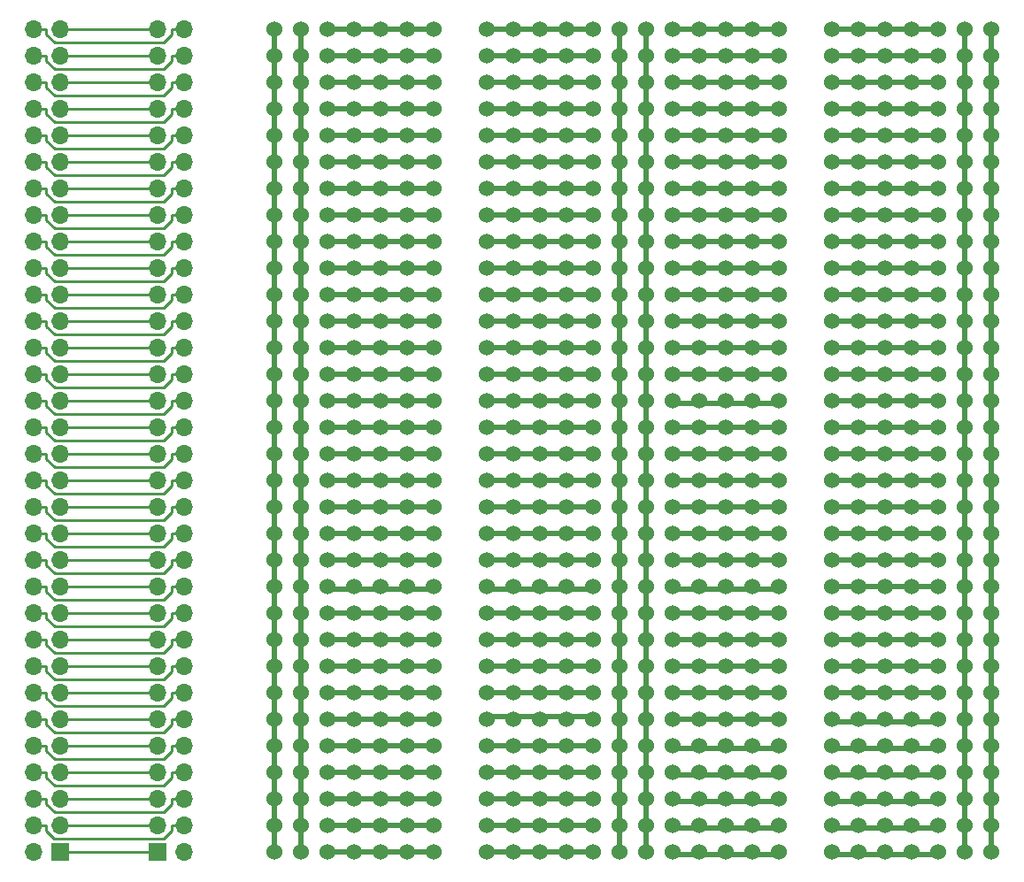
<source format=gtl>
G04 #@! TF.GenerationSoftware,KiCad,Pcbnew,(6.0.2)*
G04 #@! TF.CreationDate,2022-10-16T09:30:01-07:00*
G04 #@! TF.ProjectId,Protoboard,50726f74-6f62-46f6-9172-642e6b696361,1.0*
G04 #@! TF.SameCoordinates,Original*
G04 #@! TF.FileFunction,Copper,L1,Top*
G04 #@! TF.FilePolarity,Positive*
%FSLAX46Y46*%
G04 Gerber Fmt 4.6, Leading zero omitted, Abs format (unit mm)*
G04 Created by KiCad (PCBNEW (6.0.2)) date 2022-10-16 09:30:01*
%MOMM*%
%LPD*%
G01*
G04 APERTURE LIST*
G04 #@! TA.AperFunction,ComponentPad*
%ADD10C,1.524000*%
G04 #@! TD*
G04 #@! TA.AperFunction,ComponentPad*
%ADD11R,1.700000X1.700000*%
G04 #@! TD*
G04 #@! TA.AperFunction,ComponentPad*
%ADD12O,1.700000X1.700000*%
G04 #@! TD*
G04 #@! TA.AperFunction,Conductor*
%ADD13C,0.500000*%
G04 #@! TD*
G04 #@! TA.AperFunction,Conductor*
%ADD14C,0.200000*%
G04 #@! TD*
G04 #@! TA.AperFunction,Conductor*
%ADD15C,0.254000*%
G04 #@! TD*
G04 APERTURE END LIST*
D10*
X177038000Y-113026000D03*
X179578000Y-113026000D03*
X182118000Y-113026000D03*
X184658000Y-113026000D03*
X187198000Y-113026000D03*
X177038000Y-115566000D03*
X179578000Y-115566000D03*
X182118000Y-115566000D03*
X184658000Y-115566000D03*
X187198000Y-115566000D03*
X177038000Y-107950000D03*
X179578000Y-107950000D03*
X182118000Y-107950000D03*
X184658000Y-107950000D03*
X187198000Y-107950000D03*
X177038000Y-110490000D03*
X179578000Y-110490000D03*
X182118000Y-110490000D03*
X184658000Y-110490000D03*
X187198000Y-110490000D03*
X177038000Y-118108000D03*
X179578000Y-118108000D03*
X182118000Y-118108000D03*
X184658000Y-118108000D03*
X187198000Y-118108000D03*
X177038000Y-120648000D03*
X179578000Y-120648000D03*
X182118000Y-120648000D03*
X184658000Y-120648000D03*
X187198000Y-120648000D03*
X177038000Y-97786000D03*
X179578000Y-97786000D03*
X182118000Y-97786000D03*
X184658000Y-97786000D03*
X187198000Y-97786000D03*
X177038000Y-100326000D03*
X179578000Y-100326000D03*
X182118000Y-100326000D03*
X184658000Y-100326000D03*
X187198000Y-100326000D03*
X177038000Y-92710000D03*
X179578000Y-92710000D03*
X182118000Y-92710000D03*
X184658000Y-92710000D03*
X187198000Y-92710000D03*
X177038000Y-95250000D03*
X179578000Y-95250000D03*
X182118000Y-95250000D03*
X184658000Y-95250000D03*
X187198000Y-95250000D03*
X177038000Y-102868000D03*
X179578000Y-102868000D03*
X182118000Y-102868000D03*
X184658000Y-102868000D03*
X187198000Y-102868000D03*
X177038000Y-105408000D03*
X179578000Y-105408000D03*
X182118000Y-105408000D03*
X184658000Y-105408000D03*
X187198000Y-105408000D03*
X177038000Y-82546000D03*
X179578000Y-82546000D03*
X182118000Y-82546000D03*
X184658000Y-82546000D03*
X187198000Y-82546000D03*
X177038000Y-85086000D03*
X179578000Y-85086000D03*
X182118000Y-85086000D03*
X184658000Y-85086000D03*
X187198000Y-85086000D03*
X177038000Y-77470000D03*
X179578000Y-77470000D03*
X182118000Y-77470000D03*
X184658000Y-77470000D03*
X187198000Y-77470000D03*
X177038000Y-80010000D03*
X179578000Y-80010000D03*
X182118000Y-80010000D03*
X184658000Y-80010000D03*
X187198000Y-80010000D03*
X177038000Y-87628000D03*
X179578000Y-87628000D03*
X182118000Y-87628000D03*
X184658000Y-87628000D03*
X187198000Y-87628000D03*
X177038000Y-90168000D03*
X179578000Y-90168000D03*
X182118000Y-90168000D03*
X184658000Y-90168000D03*
X187198000Y-90168000D03*
X177038000Y-67306000D03*
X179578000Y-67306000D03*
X182118000Y-67306000D03*
X184658000Y-67306000D03*
X187198000Y-67306000D03*
X177038000Y-69846000D03*
X179578000Y-69846000D03*
X182118000Y-69846000D03*
X184658000Y-69846000D03*
X187198000Y-69846000D03*
X177038000Y-62230000D03*
X179578000Y-62230000D03*
X182118000Y-62230000D03*
X184658000Y-62230000D03*
X187198000Y-62230000D03*
X177038000Y-64770000D03*
X179578000Y-64770000D03*
X182118000Y-64770000D03*
X184658000Y-64770000D03*
X187198000Y-64770000D03*
X177038000Y-72388000D03*
X179578000Y-72388000D03*
X182118000Y-72388000D03*
X184658000Y-72388000D03*
X187198000Y-72388000D03*
X177038000Y-74928000D03*
X179578000Y-74928000D03*
X182118000Y-74928000D03*
X184658000Y-74928000D03*
X187198000Y-74928000D03*
X177038000Y-57150000D03*
X179578000Y-57150000D03*
X182118000Y-57150000D03*
X184658000Y-57150000D03*
X187198000Y-57150000D03*
X177038000Y-59690000D03*
X179578000Y-59690000D03*
X182118000Y-59690000D03*
X184658000Y-59690000D03*
X187198000Y-59690000D03*
X156720000Y-130810000D03*
X156720000Y-128270000D03*
X156720000Y-125730000D03*
X156720000Y-123190000D03*
X156720000Y-120650000D03*
X159260000Y-130810000D03*
X159260000Y-128270000D03*
X159260000Y-125730000D03*
X159260000Y-123190000D03*
X159260000Y-120650000D03*
X159260000Y-107950000D03*
X159260000Y-110490000D03*
X159260000Y-113030000D03*
X159260000Y-115570000D03*
X159260000Y-118110000D03*
X156720000Y-107950000D03*
X156720000Y-110490000D03*
X156720000Y-113030000D03*
X156720000Y-115570000D03*
X156720000Y-118110000D03*
X161798000Y-118110000D03*
X164338000Y-118110000D03*
X166878000Y-118110000D03*
X169418000Y-118110000D03*
X171958000Y-118110000D03*
X161798000Y-120650000D03*
X164338000Y-120650000D03*
X166878000Y-120650000D03*
X169418000Y-120650000D03*
X171958000Y-120650000D03*
X144018000Y-118110000D03*
X146558000Y-118110000D03*
X149098000Y-118110000D03*
X151638000Y-118110000D03*
X154178000Y-118110000D03*
X144018000Y-120650000D03*
X146558000Y-120650000D03*
X149098000Y-120650000D03*
X151638000Y-120650000D03*
X154178000Y-120650000D03*
D11*
X112522000Y-135890000D03*
D12*
X115062000Y-135890000D03*
X112522000Y-133350000D03*
X115062000Y-133350000D03*
X112522000Y-130810000D03*
X115062000Y-130810000D03*
X112522000Y-128270000D03*
X115062000Y-128270000D03*
X112522000Y-125730000D03*
X115062000Y-125730000D03*
X112522000Y-123190000D03*
X115062000Y-123190000D03*
X112522000Y-120650000D03*
X115062000Y-120650000D03*
X112522000Y-118110000D03*
X115062000Y-118110000D03*
X112522000Y-115570000D03*
X115062000Y-115570000D03*
X112522000Y-113030000D03*
X115062000Y-113030000D03*
X112522000Y-110490000D03*
X115062000Y-110490000D03*
X112522000Y-107950000D03*
X115062000Y-107950000D03*
X112522000Y-105410000D03*
X115062000Y-105410000D03*
X112522000Y-102870000D03*
X115062000Y-102870000D03*
X112522000Y-100330000D03*
X115062000Y-100330000D03*
X112522000Y-97790000D03*
X115062000Y-97790000D03*
X112522000Y-95250000D03*
X115062000Y-95250000D03*
X112522000Y-92710000D03*
X115062000Y-92710000D03*
X112522000Y-90170000D03*
X115062000Y-90170000D03*
X112522000Y-87630000D03*
X115062000Y-87630000D03*
X112522000Y-85090000D03*
X115062000Y-85090000D03*
X112522000Y-82550000D03*
X115062000Y-82550000D03*
X112522000Y-80010000D03*
X115062000Y-80010000D03*
X112522000Y-77470000D03*
X115062000Y-77470000D03*
X112522000Y-74930000D03*
X115062000Y-74930000D03*
X112522000Y-72390000D03*
X115062000Y-72390000D03*
X112522000Y-69850000D03*
X115062000Y-69850000D03*
X112522000Y-67310000D03*
X115062000Y-67310000D03*
X112522000Y-64770000D03*
X115062000Y-64770000D03*
X112522000Y-62230000D03*
X115062000Y-62230000D03*
X112522000Y-59690000D03*
X115062000Y-59690000D03*
X112522000Y-57150000D03*
X115062000Y-57150000D03*
D10*
X156718000Y-80012000D03*
X156718000Y-77472000D03*
X156718000Y-74932000D03*
X156718000Y-72392000D03*
X156718000Y-69852000D03*
X159258000Y-80012000D03*
X159258000Y-77472000D03*
X159258000Y-74932000D03*
X159258000Y-72392000D03*
X159258000Y-69852000D03*
X161798000Y-57150000D03*
X164338000Y-57150000D03*
X166878000Y-57150000D03*
X169418000Y-57150000D03*
X171958000Y-57150000D03*
X161798000Y-59690000D03*
X164338000Y-59690000D03*
X166878000Y-59690000D03*
X169418000Y-59690000D03*
X171958000Y-59690000D03*
X161798000Y-67308000D03*
X164338000Y-67308000D03*
X166878000Y-67308000D03*
X169418000Y-67308000D03*
X171958000Y-67308000D03*
X161798000Y-69848000D03*
X164338000Y-69848000D03*
X166878000Y-69848000D03*
X169418000Y-69848000D03*
X171958000Y-69848000D03*
X128778000Y-118110000D03*
X131318000Y-118110000D03*
X133858000Y-118110000D03*
X136398000Y-118110000D03*
X138938000Y-118110000D03*
X128778000Y-120650000D03*
X131318000Y-120650000D03*
X133858000Y-120650000D03*
X136398000Y-120650000D03*
X138938000Y-120650000D03*
X144018000Y-77474000D03*
X146558000Y-77474000D03*
X149098000Y-77474000D03*
X151638000Y-77474000D03*
X154178000Y-77474000D03*
X144018000Y-80014000D03*
X146558000Y-80014000D03*
X149098000Y-80014000D03*
X151638000Y-80014000D03*
X154178000Y-80014000D03*
X156718000Y-67312000D03*
X156718000Y-64772000D03*
X156718000Y-62232000D03*
X156718000Y-59692000D03*
X156718000Y-57152000D03*
X159258000Y-67312000D03*
X159258000Y-64772000D03*
X159258000Y-62232000D03*
X159258000Y-59692000D03*
X159258000Y-57152000D03*
X128778000Y-102874000D03*
X131318000Y-102874000D03*
X133858000Y-102874000D03*
X136398000Y-102874000D03*
X138938000Y-102874000D03*
X128778000Y-105414000D03*
X131318000Y-105414000D03*
X133858000Y-105414000D03*
X136398000Y-105414000D03*
X138938000Y-105414000D03*
X123698000Y-130810000D03*
X123698000Y-128270000D03*
X123698000Y-125730000D03*
X123698000Y-123190000D03*
X123698000Y-120650000D03*
X126238000Y-130810000D03*
X126238000Y-128270000D03*
X126238000Y-125730000D03*
X126238000Y-123190000D03*
X126238000Y-120650000D03*
X161798000Y-82552000D03*
X164338000Y-82552000D03*
X166878000Y-82552000D03*
X169418000Y-82552000D03*
X171958000Y-82552000D03*
X161798000Y-85092000D03*
X164338000Y-85092000D03*
X166878000Y-85092000D03*
X169418000Y-85092000D03*
X171958000Y-85092000D03*
X189740000Y-130810000D03*
X189740000Y-128270000D03*
X189740000Y-125730000D03*
X189740000Y-123190000D03*
X189740000Y-120650000D03*
X192280000Y-130810000D03*
X192280000Y-128270000D03*
X192280000Y-125730000D03*
X192280000Y-123190000D03*
X192280000Y-120650000D03*
X144018000Y-133352000D03*
X146558000Y-133352000D03*
X149098000Y-133352000D03*
X151638000Y-133352000D03*
X154178000Y-133352000D03*
X144018000Y-135892000D03*
X146558000Y-135892000D03*
X149098000Y-135892000D03*
X151638000Y-135892000D03*
X154178000Y-135892000D03*
X156718000Y-105412000D03*
X156718000Y-102872000D03*
X156718000Y-100332000D03*
X156718000Y-97792000D03*
X156718000Y-95252000D03*
X159258000Y-105412000D03*
X159258000Y-102872000D03*
X159258000Y-100332000D03*
X159258000Y-97792000D03*
X159258000Y-95252000D03*
X161798000Y-102872000D03*
X164338000Y-102872000D03*
X166878000Y-102872000D03*
X169418000Y-102872000D03*
X171958000Y-102872000D03*
X161798000Y-105412000D03*
X164338000Y-105412000D03*
X166878000Y-105412000D03*
X169418000Y-105412000D03*
X171958000Y-105412000D03*
X161798000Y-92710000D03*
X164338000Y-92710000D03*
X166878000Y-92710000D03*
X169418000Y-92710000D03*
X171958000Y-92710000D03*
X161798000Y-95250000D03*
X164338000Y-95250000D03*
X166878000Y-95250000D03*
X169418000Y-95250000D03*
X171958000Y-95250000D03*
X123698000Y-92712000D03*
X123698000Y-90172000D03*
X123698000Y-87632000D03*
X123698000Y-85092000D03*
X123698000Y-82552000D03*
X126238000Y-92712000D03*
X126238000Y-90172000D03*
X126238000Y-87632000D03*
X126238000Y-85092000D03*
X126238000Y-82552000D03*
X128778000Y-82554000D03*
X131318000Y-82554000D03*
X133858000Y-82554000D03*
X136398000Y-82554000D03*
X138938000Y-82554000D03*
X128778000Y-85094000D03*
X131318000Y-85094000D03*
X133858000Y-85094000D03*
X136398000Y-85094000D03*
X138938000Y-85094000D03*
X144018000Y-82556000D03*
X146558000Y-82556000D03*
X149098000Y-82556000D03*
X151638000Y-82556000D03*
X154178000Y-82556000D03*
X144018000Y-85096000D03*
X146558000Y-85096000D03*
X149098000Y-85096000D03*
X151638000Y-85096000D03*
X154178000Y-85096000D03*
X128778000Y-133350000D03*
X131318000Y-133350000D03*
X133858000Y-133350000D03*
X136398000Y-133350000D03*
X138938000Y-133350000D03*
X128778000Y-135890000D03*
X131318000Y-135890000D03*
X133858000Y-135890000D03*
X136398000Y-135890000D03*
X138938000Y-135890000D03*
X128778000Y-123192000D03*
X131318000Y-123192000D03*
X133858000Y-123192000D03*
X136398000Y-123192000D03*
X138938000Y-123192000D03*
X128778000Y-125732000D03*
X131318000Y-125732000D03*
X133858000Y-125732000D03*
X136398000Y-125732000D03*
X138938000Y-125732000D03*
X144018000Y-113034000D03*
X146558000Y-113034000D03*
X149098000Y-113034000D03*
X151638000Y-113034000D03*
X154178000Y-113034000D03*
X144018000Y-115574000D03*
X146558000Y-115574000D03*
X149098000Y-115574000D03*
X151638000Y-115574000D03*
X154178000Y-115574000D03*
X192278000Y-135892000D03*
X189738000Y-135892000D03*
X192278000Y-133352000D03*
X189738000Y-133352000D03*
X144018000Y-123194000D03*
X146558000Y-123194000D03*
X149098000Y-123194000D03*
X151638000Y-123194000D03*
X154178000Y-123194000D03*
X144018000Y-125734000D03*
X146558000Y-125734000D03*
X149098000Y-125734000D03*
X151638000Y-125734000D03*
X154178000Y-125734000D03*
X189740000Y-67310000D03*
X189740000Y-64770000D03*
X189740000Y-62230000D03*
X189740000Y-59690000D03*
X189740000Y-57150000D03*
X192280000Y-67310000D03*
X192280000Y-64770000D03*
X192280000Y-62230000D03*
X192280000Y-59690000D03*
X192280000Y-57150000D03*
X144018000Y-128270000D03*
X146558000Y-128270000D03*
X149098000Y-128270000D03*
X151638000Y-128270000D03*
X154178000Y-128270000D03*
X144018000Y-130810000D03*
X146558000Y-130810000D03*
X149098000Y-130810000D03*
X151638000Y-130810000D03*
X154178000Y-130810000D03*
X189740000Y-92710000D03*
X189740000Y-90170000D03*
X189740000Y-87630000D03*
X189740000Y-85090000D03*
X189740000Y-82550000D03*
X192280000Y-92710000D03*
X192280000Y-90170000D03*
X192280000Y-87630000D03*
X192280000Y-85090000D03*
X192280000Y-82550000D03*
X161798000Y-113030000D03*
X164338000Y-113030000D03*
X166878000Y-113030000D03*
X169418000Y-113030000D03*
X171958000Y-113030000D03*
X161798000Y-115570000D03*
X164338000Y-115570000D03*
X166878000Y-115570000D03*
X169418000Y-115570000D03*
X171958000Y-115570000D03*
X126238000Y-135890000D03*
X123698000Y-135890000D03*
X126238000Y-133350000D03*
X123698000Y-133350000D03*
X128778000Y-107950000D03*
X131318000Y-107950000D03*
X133858000Y-107950000D03*
X136398000Y-107950000D03*
X138938000Y-107950000D03*
X128778000Y-110490000D03*
X131318000Y-110490000D03*
X133858000Y-110490000D03*
X136398000Y-110490000D03*
X138938000Y-110490000D03*
X189740000Y-105410000D03*
X189740000Y-102870000D03*
X189740000Y-100330000D03*
X189740000Y-97790000D03*
X189740000Y-95250000D03*
X192280000Y-105410000D03*
X192280000Y-102870000D03*
X192280000Y-100330000D03*
X192280000Y-97790000D03*
X192280000Y-95250000D03*
X144018000Y-102876000D03*
X146558000Y-102876000D03*
X149098000Y-102876000D03*
X151638000Y-102876000D03*
X154178000Y-102876000D03*
X144018000Y-105416000D03*
X146558000Y-105416000D03*
X149098000Y-105416000D03*
X151638000Y-105416000D03*
X154178000Y-105416000D03*
X177038000Y-123192000D03*
X179578000Y-123192000D03*
X182118000Y-123192000D03*
X184658000Y-123192000D03*
X187198000Y-123192000D03*
X177038000Y-125732000D03*
X179578000Y-125732000D03*
X182118000Y-125732000D03*
X184658000Y-125732000D03*
X187198000Y-125732000D03*
X144018000Y-92714000D03*
X146558000Y-92714000D03*
X149098000Y-92714000D03*
X151638000Y-92714000D03*
X154178000Y-92714000D03*
X144018000Y-95254000D03*
X146558000Y-95254000D03*
X149098000Y-95254000D03*
X151638000Y-95254000D03*
X154178000Y-95254000D03*
X128778000Y-113032000D03*
X131318000Y-113032000D03*
X133858000Y-113032000D03*
X136398000Y-113032000D03*
X138938000Y-113032000D03*
X128778000Y-115572000D03*
X131318000Y-115572000D03*
X133858000Y-115572000D03*
X136398000Y-115572000D03*
X138938000Y-115572000D03*
X128778000Y-128268000D03*
X131318000Y-128268000D03*
X133858000Y-128268000D03*
X136398000Y-128268000D03*
X138938000Y-128268000D03*
X128778000Y-130808000D03*
X131318000Y-130808000D03*
X133858000Y-130808000D03*
X136398000Y-130808000D03*
X138938000Y-130808000D03*
X128778000Y-77472000D03*
X131318000Y-77472000D03*
X133858000Y-77472000D03*
X136398000Y-77472000D03*
X138938000Y-77472000D03*
X128778000Y-80012000D03*
X131318000Y-80012000D03*
X133858000Y-80012000D03*
X136398000Y-80012000D03*
X138938000Y-80012000D03*
D11*
X103160000Y-135895000D03*
D12*
X100620000Y-135895000D03*
X103160000Y-133355000D03*
X100620000Y-133355000D03*
X103160000Y-130815000D03*
X100620000Y-130815000D03*
X103160000Y-128275000D03*
X100620000Y-128275000D03*
X103160000Y-125735000D03*
X100620000Y-125735000D03*
X103160000Y-123195000D03*
X100620000Y-123195000D03*
X103160000Y-120655000D03*
X100620000Y-120655000D03*
X103160000Y-118115000D03*
X100620000Y-118115000D03*
X103160000Y-115575000D03*
X100620000Y-115575000D03*
X103160000Y-113035000D03*
X100620000Y-113035000D03*
X103160000Y-110495000D03*
X100620000Y-110495000D03*
X103160000Y-107955000D03*
X100620000Y-107955000D03*
X103160000Y-105415000D03*
X100620000Y-105415000D03*
X103160000Y-102875000D03*
X100620000Y-102875000D03*
X103160000Y-100335000D03*
X100620000Y-100335000D03*
X103160000Y-97795000D03*
X100620000Y-97795000D03*
X103160000Y-95255000D03*
X100620000Y-95255000D03*
X103160000Y-92715000D03*
X100620000Y-92715000D03*
X103160000Y-90175000D03*
X100620000Y-90175000D03*
X103160000Y-87635000D03*
X100620000Y-87635000D03*
X103160000Y-85095000D03*
X100620000Y-85095000D03*
X103160000Y-82555000D03*
X100620000Y-82555000D03*
X103160000Y-80015000D03*
X100620000Y-80015000D03*
X103160000Y-77475000D03*
X100620000Y-77475000D03*
X103160000Y-74935000D03*
X100620000Y-74935000D03*
X103160000Y-72395000D03*
X100620000Y-72395000D03*
X103160000Y-69855000D03*
X100620000Y-69855000D03*
X103160000Y-67315000D03*
X100620000Y-67315000D03*
X103160000Y-64775000D03*
X100620000Y-64775000D03*
X103160000Y-62235000D03*
X100620000Y-62235000D03*
X103160000Y-59695000D03*
X100620000Y-59695000D03*
X103160000Y-57155000D03*
X100620000Y-57155000D03*
D10*
X123698000Y-67312000D03*
X123698000Y-64772000D03*
X123698000Y-62232000D03*
X123698000Y-59692000D03*
X123698000Y-57152000D03*
X126238000Y-67312000D03*
X126238000Y-64772000D03*
X126238000Y-62232000D03*
X126238000Y-59692000D03*
X126238000Y-57152000D03*
X177038000Y-133352000D03*
X179578000Y-133352000D03*
X182118000Y-133352000D03*
X184658000Y-133352000D03*
X187198000Y-133352000D03*
X177038000Y-135892000D03*
X179578000Y-135892000D03*
X182118000Y-135892000D03*
X184658000Y-135892000D03*
X187198000Y-135892000D03*
X189740000Y-80010000D03*
X189740000Y-77470000D03*
X189740000Y-74930000D03*
X189740000Y-72390000D03*
X189740000Y-69850000D03*
X192280000Y-80010000D03*
X192280000Y-77470000D03*
X192280000Y-74930000D03*
X192280000Y-72390000D03*
X192280000Y-69850000D03*
X128778000Y-67310000D03*
X131318000Y-67310000D03*
X133858000Y-67310000D03*
X136398000Y-67310000D03*
X138938000Y-67310000D03*
X128778000Y-69850000D03*
X131318000Y-69850000D03*
X133858000Y-69850000D03*
X136398000Y-69850000D03*
X138938000Y-69850000D03*
X123698000Y-105412000D03*
X123698000Y-102872000D03*
X123698000Y-100332000D03*
X123698000Y-97792000D03*
X123698000Y-95252000D03*
X126238000Y-105412000D03*
X126238000Y-102872000D03*
X126238000Y-100332000D03*
X126238000Y-97792000D03*
X126238000Y-95252000D03*
X128778000Y-57152000D03*
X131318000Y-57152000D03*
X133858000Y-57152000D03*
X136398000Y-57152000D03*
X138938000Y-57152000D03*
X128778000Y-59692000D03*
X131318000Y-59692000D03*
X133858000Y-59692000D03*
X136398000Y-59692000D03*
X138938000Y-59692000D03*
X128778000Y-97792000D03*
X131318000Y-97792000D03*
X133858000Y-97792000D03*
X136398000Y-97792000D03*
X138938000Y-97792000D03*
X128778000Y-100332000D03*
X131318000Y-100332000D03*
X133858000Y-100332000D03*
X136398000Y-100332000D03*
X138938000Y-100332000D03*
X161798000Y-72390000D03*
X164338000Y-72390000D03*
X166878000Y-72390000D03*
X169418000Y-72390000D03*
X171958000Y-72390000D03*
X161798000Y-74930000D03*
X164338000Y-74930000D03*
X166878000Y-74930000D03*
X169418000Y-74930000D03*
X171958000Y-74930000D03*
X128778000Y-72392000D03*
X131318000Y-72392000D03*
X133858000Y-72392000D03*
X136398000Y-72392000D03*
X138938000Y-72392000D03*
X128778000Y-74932000D03*
X131318000Y-74932000D03*
X133858000Y-74932000D03*
X136398000Y-74932000D03*
X138938000Y-74932000D03*
X156718000Y-92712000D03*
X156718000Y-90172000D03*
X156718000Y-87632000D03*
X156718000Y-85092000D03*
X156718000Y-82552000D03*
X159258000Y-92712000D03*
X159258000Y-90172000D03*
X159258000Y-87632000D03*
X159258000Y-85092000D03*
X159258000Y-82552000D03*
X161798000Y-77470000D03*
X164338000Y-77470000D03*
X166878000Y-77470000D03*
X169418000Y-77470000D03*
X171958000Y-77470000D03*
X161798000Y-80010000D03*
X164338000Y-80010000D03*
X166878000Y-80010000D03*
X169418000Y-80010000D03*
X171958000Y-80010000D03*
X144018000Y-107952000D03*
X146558000Y-107952000D03*
X149098000Y-107952000D03*
X151638000Y-107952000D03*
X154178000Y-107952000D03*
X144018000Y-110492000D03*
X146558000Y-110492000D03*
X149098000Y-110492000D03*
X151638000Y-110492000D03*
X154178000Y-110492000D03*
X144018000Y-87632000D03*
X146558000Y-87632000D03*
X149098000Y-87632000D03*
X151638000Y-87632000D03*
X154178000Y-87632000D03*
X144018000Y-90172000D03*
X146558000Y-90172000D03*
X149098000Y-90172000D03*
X151638000Y-90172000D03*
X154178000Y-90172000D03*
X161798000Y-97790000D03*
X164338000Y-97790000D03*
X166878000Y-97790000D03*
X169418000Y-97790000D03*
X171958000Y-97790000D03*
X161798000Y-100330000D03*
X164338000Y-100330000D03*
X166878000Y-100330000D03*
X169418000Y-100330000D03*
X171958000Y-100330000D03*
X161798000Y-128276000D03*
X164338000Y-128276000D03*
X166878000Y-128276000D03*
X169418000Y-128276000D03*
X171958000Y-128276000D03*
X161798000Y-130816000D03*
X164338000Y-130816000D03*
X166878000Y-130816000D03*
X169418000Y-130816000D03*
X171958000Y-130816000D03*
X161798000Y-133356000D03*
X164338000Y-133356000D03*
X166878000Y-133356000D03*
X169418000Y-133356000D03*
X171958000Y-133356000D03*
X161798000Y-135896000D03*
X164338000Y-135896000D03*
X166878000Y-135896000D03*
X169418000Y-135896000D03*
X171958000Y-135896000D03*
X128778000Y-62234000D03*
X131318000Y-62234000D03*
X133858000Y-62234000D03*
X136398000Y-62234000D03*
X138938000Y-62234000D03*
X128778000Y-64774000D03*
X131318000Y-64774000D03*
X133858000Y-64774000D03*
X136398000Y-64774000D03*
X138938000Y-64774000D03*
X177038000Y-128272000D03*
X179578000Y-128272000D03*
X182118000Y-128272000D03*
X184658000Y-128272000D03*
X187198000Y-128272000D03*
X177038000Y-130812000D03*
X179578000Y-130812000D03*
X182118000Y-130812000D03*
X184658000Y-130812000D03*
X187198000Y-130812000D03*
X144018000Y-72394000D03*
X146558000Y-72394000D03*
X149098000Y-72394000D03*
X151638000Y-72394000D03*
X154178000Y-72394000D03*
X144018000Y-74934000D03*
X146558000Y-74934000D03*
X149098000Y-74934000D03*
X151638000Y-74934000D03*
X154178000Y-74934000D03*
X171958000Y-125736000D03*
X169418000Y-125736000D03*
X166878000Y-125736000D03*
X164338000Y-125736000D03*
X161798000Y-125736000D03*
X171958000Y-123196000D03*
X169418000Y-123196000D03*
X166878000Y-123196000D03*
X164338000Y-123196000D03*
X161798000Y-123196000D03*
X144018000Y-67312000D03*
X146558000Y-67312000D03*
X149098000Y-67312000D03*
X151638000Y-67312000D03*
X154178000Y-67312000D03*
X144018000Y-69852000D03*
X146558000Y-69852000D03*
X149098000Y-69852000D03*
X151638000Y-69852000D03*
X154178000Y-69852000D03*
X144018000Y-97794000D03*
X146558000Y-97794000D03*
X149098000Y-97794000D03*
X151638000Y-97794000D03*
X154178000Y-97794000D03*
X144018000Y-100334000D03*
X146558000Y-100334000D03*
X149098000Y-100334000D03*
X151638000Y-100334000D03*
X154178000Y-100334000D03*
X144018000Y-57152000D03*
X146558000Y-57152000D03*
X149098000Y-57152000D03*
X151638000Y-57152000D03*
X154178000Y-57152000D03*
X144018000Y-59692000D03*
X146558000Y-59692000D03*
X149098000Y-59692000D03*
X151638000Y-59692000D03*
X154178000Y-59692000D03*
X123698000Y-118112000D03*
X123698000Y-115572000D03*
X123698000Y-113032000D03*
X123698000Y-110492000D03*
X123698000Y-107952000D03*
X126238000Y-118112000D03*
X126238000Y-115572000D03*
X126238000Y-113032000D03*
X126238000Y-110492000D03*
X126238000Y-107952000D03*
X161798000Y-62232000D03*
X164338000Y-62232000D03*
X166878000Y-62232000D03*
X169418000Y-62232000D03*
X171958000Y-62232000D03*
X161798000Y-64772000D03*
X164338000Y-64772000D03*
X166878000Y-64772000D03*
X169418000Y-64772000D03*
X171958000Y-64772000D03*
X161798000Y-87628000D03*
X164338000Y-87628000D03*
X166878000Y-87628000D03*
X169418000Y-87628000D03*
X171958000Y-87628000D03*
X161798000Y-90168000D03*
X164338000Y-90168000D03*
X166878000Y-90168000D03*
X169418000Y-90168000D03*
X171958000Y-90168000D03*
X189740000Y-118110000D03*
X189740000Y-115570000D03*
X189740000Y-113030000D03*
X189740000Y-110490000D03*
X189740000Y-107950000D03*
X192280000Y-118110000D03*
X192280000Y-115570000D03*
X192280000Y-113030000D03*
X192280000Y-110490000D03*
X192280000Y-107950000D03*
X128778000Y-92712000D03*
X131318000Y-92712000D03*
X133858000Y-92712000D03*
X136398000Y-92712000D03*
X138938000Y-92712000D03*
X128778000Y-95252000D03*
X131318000Y-95252000D03*
X133858000Y-95252000D03*
X136398000Y-95252000D03*
X138938000Y-95252000D03*
X159258000Y-135894000D03*
X156718000Y-135894000D03*
X159258000Y-133354000D03*
X156718000Y-133354000D03*
X161798000Y-107948000D03*
X164338000Y-107948000D03*
X166878000Y-107948000D03*
X169418000Y-107948000D03*
X171958000Y-107948000D03*
X161798000Y-110488000D03*
X164338000Y-110488000D03*
X166878000Y-110488000D03*
X169418000Y-110488000D03*
X171958000Y-110488000D03*
X144018000Y-62236000D03*
X146558000Y-62236000D03*
X149098000Y-62236000D03*
X151638000Y-62236000D03*
X154178000Y-62236000D03*
X144018000Y-64776000D03*
X146558000Y-64776000D03*
X149098000Y-64776000D03*
X151638000Y-64776000D03*
X154178000Y-64776000D03*
X128778000Y-87630000D03*
X131318000Y-87630000D03*
X133858000Y-87630000D03*
X136398000Y-87630000D03*
X138938000Y-87630000D03*
X128778000Y-90170000D03*
X131318000Y-90170000D03*
X133858000Y-90170000D03*
X136398000Y-90170000D03*
X138938000Y-90170000D03*
X123698000Y-80012000D03*
X123698000Y-77472000D03*
X123698000Y-74932000D03*
X123698000Y-72392000D03*
X123698000Y-69852000D03*
X126238000Y-80012000D03*
X126238000Y-77472000D03*
X126238000Y-74932000D03*
X126238000Y-72392000D03*
X126238000Y-69852000D03*
D13*
X177038000Y-107950000D02*
X187198000Y-107950000D01*
X177038000Y-110490000D02*
X187198000Y-110490000D01*
X177038000Y-115566000D02*
X187198000Y-115566000D01*
X177038000Y-120648000D02*
X187198000Y-120648000D01*
X177038000Y-118108000D02*
X187198000Y-118108000D01*
X177038000Y-113026000D02*
X187198000Y-113026000D01*
X177038000Y-92710000D02*
X187198000Y-92710000D01*
X177038000Y-95250000D02*
X187198000Y-95250000D01*
X177038000Y-100326000D02*
X187198000Y-100326000D01*
X177038000Y-105408000D02*
X187198000Y-105408000D01*
X177038000Y-102868000D02*
X187198000Y-102868000D01*
X177038000Y-97786000D02*
X187198000Y-97786000D01*
X177038000Y-77470000D02*
X187198000Y-77470000D01*
X177038000Y-80010000D02*
X187198000Y-80010000D01*
X177038000Y-85086000D02*
X187198000Y-85086000D01*
X177038000Y-90168000D02*
X187198000Y-90168000D01*
X177038000Y-87628000D02*
X187198000Y-87628000D01*
X177038000Y-82546000D02*
X187198000Y-82546000D01*
X177038000Y-62230000D02*
X187198000Y-62230000D01*
X177038000Y-64770000D02*
X187198000Y-64770000D01*
X177038000Y-69846000D02*
X187198000Y-69846000D01*
X177038000Y-74928000D02*
X187198000Y-74928000D01*
X177038000Y-72388000D02*
X187198000Y-72388000D01*
X177038000Y-67306000D02*
X187198000Y-67306000D01*
X177038000Y-59690000D02*
X187198000Y-59690000D01*
X177546000Y-57150000D02*
X187706000Y-57150000D01*
D14*
X189738000Y-57152000D02*
X189740000Y-57150000D01*
D13*
X189738000Y-135892000D02*
X189738000Y-57152000D01*
D14*
X192280000Y-135890000D02*
X192278000Y-135892000D01*
D13*
X192280000Y-57150000D02*
X192280000Y-135890000D01*
X161798000Y-77470000D02*
X171958000Y-77470000D01*
X144018000Y-77474000D02*
X154178000Y-77474000D01*
X128778000Y-77472000D02*
X138938000Y-77472000D01*
X128778000Y-92712000D02*
X138938000Y-92712000D01*
X154178000Y-92714000D02*
X144018000Y-92714000D01*
X161798000Y-118110000D02*
X171958000Y-118110000D01*
X161798000Y-120650000D02*
X171958000Y-120650000D01*
X159258000Y-130808000D02*
X159260000Y-130810000D01*
X159258000Y-67312000D02*
X159258000Y-130808000D01*
D14*
X156720000Y-67314000D02*
X156718000Y-67312000D01*
D13*
X156720000Y-130810000D02*
X156720000Y-67314000D01*
X123698000Y-130810000D02*
X123698000Y-67312000D01*
X126238000Y-130810000D02*
X126238000Y-67312000D01*
X128778000Y-118110000D02*
X138938000Y-118110000D01*
X144018000Y-120650000D02*
X154178000Y-120650000D01*
X144018000Y-118110000D02*
X154178000Y-118110000D01*
X128778000Y-85094000D02*
X138938000Y-85094000D01*
X144018000Y-82556000D02*
X154178000Y-82556000D01*
X128778000Y-64774000D02*
X138938000Y-64774000D01*
X144018000Y-100334000D02*
X154178000Y-100334000D01*
X144018000Y-122936000D02*
X154178000Y-122936000D01*
X156718000Y-130814000D02*
X156718000Y-135894000D01*
X128778000Y-125732000D02*
X138938000Y-125732000D01*
X128778000Y-67310000D02*
X138938000Y-67310000D01*
X161798000Y-67308000D02*
X171958000Y-67308000D01*
X159258000Y-135894000D02*
X159258000Y-130814000D01*
X161798000Y-72390000D02*
X171958000Y-72390000D01*
X144018000Y-69852000D02*
X154178000Y-69852000D01*
X144018000Y-85096000D02*
X154178000Y-85096000D01*
X128778000Y-100332000D02*
X138938000Y-100332000D01*
X161798000Y-125988000D02*
X171958000Y-125988000D01*
X161798000Y-136146000D02*
X171958000Y-136146000D01*
X161798000Y-97790000D02*
X171958000Y-97790000D01*
X128778000Y-135890000D02*
X138938000Y-135890000D01*
X144018000Y-74934000D02*
X154178000Y-74934000D01*
X161798000Y-128524000D02*
X171958000Y-128524000D01*
X128778000Y-128268000D02*
X138938000Y-128268000D01*
X128778000Y-102874000D02*
X138938000Y-102874000D01*
X144018000Y-115574000D02*
X154178000Y-115574000D01*
X128778000Y-87630000D02*
X138938000Y-87630000D01*
X144018000Y-102876000D02*
X154178000Y-102876000D01*
X161798000Y-64772000D02*
X171958000Y-64772000D01*
X161798000Y-123190000D02*
X171958000Y-123190000D01*
X161798000Y-107948000D02*
X171958000Y-107948000D01*
X177292000Y-131064000D02*
X187452000Y-131064000D01*
X128778000Y-123192000D02*
X138938000Y-123192000D01*
X128778000Y-115572000D02*
X138938000Y-115572000D01*
X144018000Y-128270000D02*
X154178000Y-128270000D01*
X128778000Y-74932000D02*
X138938000Y-74932000D01*
X162306000Y-57150000D02*
X172466000Y-57150000D01*
X161798000Y-85092000D02*
X171958000Y-85092000D01*
X144018000Y-80014000D02*
X154178000Y-80014000D01*
X161798000Y-82552000D02*
X171958000Y-82552000D01*
X161798000Y-80010000D02*
X171958000Y-80010000D01*
X144018000Y-64776000D02*
X154178000Y-64776000D01*
X126238000Y-67312000D02*
X126238000Y-57152000D01*
X144018000Y-87632000D02*
X154178000Y-87632000D01*
X161798000Y-95250000D02*
X171958000Y-95250000D01*
X156718000Y-67312000D02*
X156718000Y-57152000D01*
X128778000Y-113032000D02*
X138938000Y-113032000D01*
X161798000Y-102872000D02*
X171958000Y-102872000D01*
X144018000Y-107952000D02*
X154178000Y-107952000D01*
X161798000Y-92964000D02*
X171958000Y-92964000D01*
X128778000Y-110744000D02*
X138938000Y-110744000D01*
X144018000Y-67312000D02*
X154178000Y-67312000D01*
X144018000Y-105416000D02*
X154178000Y-105416000D01*
X177292000Y-136146000D02*
X187452000Y-136146000D01*
X144018000Y-62236000D02*
X154178000Y-62236000D01*
X144018000Y-90172000D02*
X154178000Y-90172000D01*
X128778000Y-69850000D02*
X138938000Y-69850000D01*
X128778000Y-90170000D02*
X138938000Y-90170000D01*
X128778000Y-80012000D02*
X138938000Y-80012000D01*
X161798000Y-110742000D02*
X171958000Y-110742000D01*
X144018000Y-130810000D02*
X154178000Y-130810000D01*
X177292000Y-123448000D02*
X187452000Y-123448000D01*
X144018000Y-110746000D02*
X154178000Y-110746000D01*
X161798000Y-74930000D02*
X171958000Y-74930000D01*
X161798000Y-59690000D02*
X171958000Y-59690000D01*
X144018000Y-125734000D02*
X154178000Y-125734000D01*
X128778000Y-72392000D02*
X138938000Y-72392000D01*
X161798000Y-69848000D02*
X171958000Y-69848000D01*
X128778000Y-97792000D02*
X138938000Y-97792000D01*
X144018000Y-57152000D02*
X154178000Y-57152000D01*
X128778000Y-107950000D02*
X138938000Y-107950000D01*
X144018000Y-97794000D02*
X154178000Y-97794000D01*
X161798000Y-131064000D02*
X171958000Y-131064000D01*
X144018000Y-59692000D02*
X154178000Y-59692000D01*
X161798000Y-113030000D02*
X171958000Y-113030000D01*
X159258000Y-67312000D02*
X159258000Y-57152000D01*
X177292000Y-133606000D02*
X187452000Y-133606000D01*
X126238000Y-135890000D02*
X126238000Y-130810000D01*
X161798000Y-87628000D02*
X171958000Y-87628000D01*
X128778000Y-95252000D02*
X138938000Y-95252000D01*
X128778000Y-133350000D02*
X138938000Y-133350000D01*
X144018000Y-113034000D02*
X154178000Y-113034000D01*
X128778000Y-120650000D02*
X138938000Y-120650000D01*
X144018000Y-95254000D02*
X154178000Y-95254000D01*
X128778000Y-57152000D02*
X138938000Y-57152000D01*
X177292000Y-128524000D02*
X187452000Y-128524000D01*
X144018000Y-72394000D02*
X154178000Y-72394000D01*
X128778000Y-82554000D02*
X138938000Y-82554000D01*
X123698000Y-67312000D02*
X123698000Y-57152000D01*
X128778000Y-59692000D02*
X138938000Y-59692000D01*
X128778000Y-62234000D02*
X138938000Y-62234000D01*
X161798000Y-115570000D02*
X171958000Y-115570000D01*
X123698000Y-130810000D02*
X123698000Y-135890000D01*
X144018000Y-133352000D02*
X154178000Y-133352000D01*
X128778000Y-130808000D02*
X138938000Y-130808000D01*
X177292000Y-125988000D02*
X187452000Y-125988000D01*
X161798000Y-133606000D02*
X171958000Y-133606000D01*
X161798000Y-100330000D02*
X171958000Y-100330000D01*
X128778000Y-105414000D02*
X138938000Y-105414000D01*
X161798000Y-90168000D02*
X171958000Y-90168000D01*
X161798000Y-62232000D02*
X171958000Y-62232000D01*
X144018000Y-135892000D02*
X154178000Y-135892000D01*
X161798000Y-105412000D02*
X171958000Y-105412000D01*
D15*
X115062000Y-130810000D02*
X113830700Y-130810000D01*
X101851300Y-130815000D02*
X101851300Y-131276700D01*
X100620000Y-130815000D02*
X101851300Y-130815000D01*
X113830700Y-131320200D02*
X113830700Y-130810000D01*
X101851300Y-131276700D02*
X102654600Y-132080000D01*
X113070900Y-132080000D02*
X113830700Y-131320200D01*
X102654600Y-132080000D02*
X113070900Y-132080000D01*
X111285700Y-135895000D02*
X111290700Y-135890000D01*
X103160000Y-135895000D02*
X111285700Y-135895000D01*
X112522000Y-135890000D02*
X111290700Y-135890000D01*
X111285700Y-133355000D02*
X111290700Y-133350000D01*
X112522000Y-133350000D02*
X111290700Y-133350000D01*
X103160000Y-133355000D02*
X111285700Y-133355000D01*
X112522000Y-130810000D02*
X111290700Y-130810000D01*
X103160000Y-130815000D02*
X111285700Y-130815000D01*
X111285700Y-130815000D02*
X111290700Y-130810000D01*
X103160000Y-128275000D02*
X111285700Y-128275000D01*
X111285700Y-128275000D02*
X111290700Y-128270000D01*
X112522000Y-128270000D02*
X111290700Y-128270000D01*
X112522000Y-125730000D02*
X111290700Y-125730000D01*
X111285700Y-125735000D02*
X111290700Y-125730000D01*
X103160000Y-125735000D02*
X111285700Y-125735000D01*
X112522000Y-123190000D02*
X111290700Y-123190000D01*
X103160000Y-123195000D02*
X111285700Y-123195000D01*
X111285700Y-123195000D02*
X111290700Y-123190000D01*
X111285700Y-120655000D02*
X111290700Y-120650000D01*
X112522000Y-120650000D02*
X111290700Y-120650000D01*
X103160000Y-120655000D02*
X111285700Y-120655000D01*
X103160000Y-118115000D02*
X111285700Y-118115000D01*
X111285700Y-118115000D02*
X111290700Y-118110000D01*
X112522000Y-118110000D02*
X111290700Y-118110000D01*
X112522000Y-115570000D02*
X111290700Y-115570000D01*
X111285700Y-115575000D02*
X111290700Y-115570000D01*
X103160000Y-115575000D02*
X111285700Y-115575000D01*
X112522000Y-113030000D02*
X111290700Y-113030000D01*
X111285700Y-113035000D02*
X111290700Y-113030000D01*
X103160000Y-113035000D02*
X111285700Y-113035000D01*
X103160000Y-110495000D02*
X111285700Y-110495000D01*
X112522000Y-110490000D02*
X111290700Y-110490000D01*
X111285700Y-110495000D02*
X111290700Y-110490000D01*
X111285700Y-107955000D02*
X111290700Y-107950000D01*
X112522000Y-107950000D02*
X111290700Y-107950000D01*
X103160000Y-107955000D02*
X111285700Y-107955000D01*
X111285700Y-105415000D02*
X111290700Y-105410000D01*
X103160000Y-105415000D02*
X111285700Y-105415000D01*
X112522000Y-105410000D02*
X111290700Y-105410000D01*
X103160000Y-102875000D02*
X111285700Y-102875000D01*
X112522000Y-102870000D02*
X111290700Y-102870000D01*
X111285700Y-102875000D02*
X111290700Y-102870000D01*
X111285700Y-100335000D02*
X111290700Y-100330000D01*
X112522000Y-100330000D02*
X111290700Y-100330000D01*
X103160000Y-100335000D02*
X111285700Y-100335000D01*
X103160000Y-97795000D02*
X111285700Y-97795000D01*
X112522000Y-97790000D02*
X111290700Y-97790000D01*
X111285700Y-97795000D02*
X111290700Y-97790000D01*
X112522000Y-95250000D02*
X111290700Y-95250000D01*
X111285700Y-95255000D02*
X111290700Y-95250000D01*
X103160000Y-95255000D02*
X111285700Y-95255000D01*
X111285700Y-92715000D02*
X111290700Y-92710000D01*
X103160000Y-92715000D02*
X111285700Y-92715000D01*
X112522000Y-92710000D02*
X111290700Y-92710000D01*
X103160000Y-90175000D02*
X111285700Y-90175000D01*
X111285700Y-90175000D02*
X111290700Y-90170000D01*
X112522000Y-90170000D02*
X111290700Y-90170000D01*
X112522000Y-87630000D02*
X111290700Y-87630000D01*
X111285700Y-87635000D02*
X111290700Y-87630000D01*
X103160000Y-87635000D02*
X111285700Y-87635000D01*
X111285700Y-85095000D02*
X111290700Y-85090000D01*
X103160000Y-85095000D02*
X111285700Y-85095000D01*
X112522000Y-85090000D02*
X111290700Y-85090000D01*
X103160000Y-82555000D02*
X111285700Y-82555000D01*
X112522000Y-82550000D02*
X111290700Y-82550000D01*
X111285700Y-82555000D02*
X111290700Y-82550000D01*
X112522000Y-80010000D02*
X111290700Y-80010000D01*
X111285700Y-80015000D02*
X111290700Y-80010000D01*
X103160000Y-80015000D02*
X111285700Y-80015000D01*
X103160000Y-77475000D02*
X111285700Y-77475000D01*
X112522000Y-77470000D02*
X111290700Y-77470000D01*
X111285700Y-77475000D02*
X111290700Y-77470000D01*
X111285700Y-74935000D02*
X111290700Y-74930000D01*
X103160000Y-74935000D02*
X111285700Y-74935000D01*
X112522000Y-74930000D02*
X111290700Y-74930000D01*
X100620000Y-120655000D02*
X101851300Y-120655000D01*
X102654600Y-121920000D02*
X113070900Y-121920000D01*
X101851300Y-120655000D02*
X101851300Y-121116700D01*
X113830700Y-121160200D02*
X113830700Y-120650000D01*
X113070900Y-121920000D02*
X113830700Y-121160200D01*
X115062000Y-120650000D02*
X113830700Y-120650000D01*
X101851300Y-121116700D02*
X102654600Y-121920000D01*
X113070900Y-106680000D02*
X113830700Y-105920200D01*
X102654600Y-106680000D02*
X113070900Y-106680000D01*
X113830700Y-105920200D02*
X113830700Y-105410000D01*
X101851300Y-105876700D02*
X102654600Y-106680000D01*
X115062000Y-105410000D02*
X113830700Y-105410000D01*
X100620000Y-105415000D02*
X101851300Y-105415000D01*
X101851300Y-105415000D02*
X101851300Y-105876700D01*
X113830700Y-133860200D02*
X113830700Y-133350000D01*
X115062000Y-133350000D02*
X113830700Y-133350000D01*
X101851300Y-133355000D02*
X101851300Y-133816700D01*
X101851300Y-133816700D02*
X102640600Y-134606000D01*
X102640600Y-134606000D02*
X113084900Y-134606000D01*
X113084900Y-134606000D02*
X113830700Y-133860200D01*
X100620000Y-133355000D02*
X101851300Y-133355000D01*
X103160000Y-59695000D02*
X111285700Y-59695000D01*
X112522000Y-59690000D02*
X111290700Y-59690000D01*
X111285700Y-59695000D02*
X111290700Y-59690000D01*
X112522000Y-57150000D02*
X111290700Y-57150000D01*
X103160000Y-57155000D02*
X111285700Y-57155000D01*
X111285700Y-57155000D02*
X111290700Y-57150000D01*
X101851300Y-57616700D02*
X102654600Y-58420000D01*
X101851300Y-57155000D02*
X101851300Y-57616700D01*
X100620000Y-57155000D02*
X101851300Y-57155000D01*
X102654600Y-58420000D02*
X113070900Y-58420000D01*
X115062000Y-57150000D02*
X113830700Y-57150000D01*
X113070900Y-58420000D02*
X113830700Y-57660200D01*
X113830700Y-57660200D02*
X113830700Y-57150000D01*
X101851300Y-59695000D02*
X101851300Y-60156700D01*
X101851300Y-60156700D02*
X102654600Y-60960000D01*
X102654600Y-60960000D02*
X113070900Y-60960000D01*
X100620000Y-59695000D02*
X101851300Y-59695000D01*
X113830700Y-60200200D02*
X113830700Y-59690000D01*
X113070900Y-60960000D02*
X113830700Y-60200200D01*
X115062000Y-59690000D02*
X113830700Y-59690000D01*
X101851300Y-62235000D02*
X101851300Y-62696700D01*
X115062000Y-62230000D02*
X113830700Y-62230000D01*
X102654600Y-63500000D02*
X113070900Y-63500000D01*
X113070900Y-63500000D02*
X113830700Y-62740200D01*
X100620000Y-62235000D02*
X101851300Y-62235000D01*
X101851300Y-62696700D02*
X102654600Y-63500000D01*
X113830700Y-62740200D02*
X113830700Y-62230000D01*
X101851300Y-65236700D02*
X102654600Y-66040000D01*
X113070900Y-66040000D02*
X113830700Y-65280200D01*
X101851300Y-64775000D02*
X101851300Y-65236700D01*
X113830700Y-65280200D02*
X113830700Y-64770000D01*
X100620000Y-64775000D02*
X101851300Y-64775000D01*
X102654600Y-66040000D02*
X113070900Y-66040000D01*
X115062000Y-64770000D02*
X113830700Y-64770000D01*
X100620000Y-67315000D02*
X101851300Y-67315000D01*
X101851300Y-67315000D02*
X101851300Y-67776700D01*
X101851300Y-67776700D02*
X102654600Y-68580000D01*
X113070900Y-68580000D02*
X113830700Y-67820200D01*
X113830700Y-67820200D02*
X113830700Y-67310000D01*
X115062000Y-67310000D02*
X113830700Y-67310000D01*
X102654600Y-68580000D02*
X113070900Y-68580000D01*
X102654600Y-71120000D02*
X113070900Y-71120000D01*
X113830700Y-70360200D02*
X113830700Y-69850000D01*
X113070900Y-71120000D02*
X113830700Y-70360200D01*
X100620000Y-69855000D02*
X101851300Y-69855000D01*
X115062000Y-69850000D02*
X113830700Y-69850000D01*
X101851300Y-70316700D02*
X102654600Y-71120000D01*
X101851300Y-69855000D02*
X101851300Y-70316700D01*
X115062000Y-72390000D02*
X113830700Y-72390000D01*
X102654600Y-73660000D02*
X113070900Y-73660000D01*
X101851300Y-72856700D02*
X102654600Y-73660000D01*
X100620000Y-72395000D02*
X101851300Y-72395000D01*
X113830700Y-72900200D02*
X113830700Y-72390000D01*
X101851300Y-72395000D02*
X101851300Y-72856700D01*
X113070900Y-73660000D02*
X113830700Y-72900200D01*
X101851300Y-74935000D02*
X101851300Y-75396700D01*
X113070900Y-76200000D02*
X113830700Y-75440200D01*
X100620000Y-74935000D02*
X101851300Y-74935000D01*
X101851300Y-75396700D02*
X102654600Y-76200000D01*
X102654600Y-76200000D02*
X113070900Y-76200000D01*
X113830700Y-75440200D02*
X113830700Y-74930000D01*
X115062000Y-74930000D02*
X113830700Y-74930000D01*
X101851300Y-77936700D02*
X102654600Y-78740000D01*
X113070900Y-78740000D02*
X113830700Y-77980200D01*
X101851300Y-77475000D02*
X101851300Y-77936700D01*
X100620000Y-77475000D02*
X101851300Y-77475000D01*
X115062000Y-77470000D02*
X113830700Y-77470000D01*
X102654600Y-78740000D02*
X113070900Y-78740000D01*
X113830700Y-77980200D02*
X113830700Y-77470000D01*
X102654600Y-81280000D02*
X113070900Y-81280000D01*
X101851300Y-80476700D02*
X102654600Y-81280000D01*
X113830700Y-80520200D02*
X113830700Y-80010000D01*
X115062000Y-80010000D02*
X113830700Y-80010000D01*
X113070900Y-81280000D02*
X113830700Y-80520200D01*
X100620000Y-80015000D02*
X101851300Y-80015000D01*
X101851300Y-80015000D02*
X101851300Y-80476700D01*
X113830700Y-83060200D02*
X113830700Y-82550000D01*
X100620000Y-82555000D02*
X101851300Y-82555000D01*
X102654600Y-83820000D02*
X113070900Y-83820000D01*
X113070900Y-83820000D02*
X113830700Y-83060200D01*
X101851300Y-83016700D02*
X102654600Y-83820000D01*
X115062000Y-82550000D02*
X113830700Y-82550000D01*
X101851300Y-82555000D02*
X101851300Y-83016700D01*
X113830700Y-85600200D02*
X113830700Y-85090000D01*
X115062000Y-85090000D02*
X113830700Y-85090000D01*
X101851300Y-85095000D02*
X101851300Y-85556700D01*
X102654600Y-86360000D02*
X113070900Y-86360000D01*
X100620000Y-85095000D02*
X101851300Y-85095000D01*
X101851300Y-85556700D02*
X102654600Y-86360000D01*
X113070900Y-86360000D02*
X113830700Y-85600200D01*
X101851300Y-88096700D02*
X102654600Y-88900000D01*
X100620000Y-87635000D02*
X101851300Y-87635000D01*
X101851300Y-87635000D02*
X101851300Y-88096700D01*
X102654600Y-88900000D02*
X113070900Y-88900000D01*
X113070900Y-88900000D02*
X113830700Y-88140200D01*
X113830700Y-88140200D02*
X113830700Y-87630000D01*
X115062000Y-87630000D02*
X113830700Y-87630000D01*
X101851300Y-90175000D02*
X101851300Y-90636700D01*
X113830700Y-90680200D02*
X113830700Y-90170000D01*
X102654600Y-91440000D02*
X113070900Y-91440000D01*
X115062000Y-90170000D02*
X113830700Y-90170000D01*
X101851300Y-90636700D02*
X102654600Y-91440000D01*
X100620000Y-90175000D02*
X101851300Y-90175000D01*
X113070900Y-91440000D02*
X113830700Y-90680200D01*
X101851300Y-95255000D02*
X101851300Y-95716700D01*
X101851300Y-95716700D02*
X102654600Y-96520000D01*
X100620000Y-95255000D02*
X101851300Y-95255000D01*
X113070900Y-96520000D02*
X113830700Y-95760200D01*
X102654600Y-96520000D02*
X113070900Y-96520000D01*
X113830700Y-95760200D02*
X113830700Y-95250000D01*
X115062000Y-95250000D02*
X113830700Y-95250000D01*
X101851300Y-97795000D02*
X101851300Y-98256700D01*
X113070900Y-99060000D02*
X113830700Y-98300200D01*
X100620000Y-97795000D02*
X101851300Y-97795000D01*
X115062000Y-97790000D02*
X113830700Y-97790000D01*
X113830700Y-98300200D02*
X113830700Y-97790000D01*
X102654600Y-99060000D02*
X113070900Y-99060000D01*
X101851300Y-98256700D02*
X102654600Y-99060000D01*
X103160000Y-62235000D02*
X111285700Y-62235000D01*
X112522000Y-62230000D02*
X111290700Y-62230000D01*
X111285700Y-62235000D02*
X111290700Y-62230000D01*
X103160000Y-64775000D02*
X111285700Y-64775000D01*
X112522000Y-64770000D02*
X111290700Y-64770000D01*
X111285700Y-64775000D02*
X111290700Y-64770000D01*
X100620000Y-92715000D02*
X101851300Y-92715000D01*
X115062000Y-92710000D02*
X113830700Y-92710000D01*
X102654600Y-93980000D02*
X113070900Y-93980000D01*
X113830700Y-93220200D02*
X113830700Y-92710000D01*
X113070900Y-93980000D02*
X113830700Y-93220200D01*
X101851300Y-93176700D02*
X102654600Y-93980000D01*
X101851300Y-92715000D02*
X101851300Y-93176700D01*
X101851300Y-118115000D02*
X101851300Y-118576700D01*
X115062000Y-118110000D02*
X113830700Y-118110000D01*
X102654600Y-119380000D02*
X113070900Y-119380000D01*
X101851300Y-118576700D02*
X102654600Y-119380000D01*
X113830700Y-118620200D02*
X113830700Y-118110000D01*
X100620000Y-118115000D02*
X101851300Y-118115000D01*
X113070900Y-119380000D02*
X113830700Y-118620200D01*
X100620000Y-113035000D02*
X101851300Y-113035000D01*
X102654600Y-114300000D02*
X113070900Y-114300000D01*
X115062000Y-113030000D02*
X113830700Y-113030000D01*
X113070900Y-114300000D02*
X113830700Y-113540200D01*
X113830700Y-113540200D02*
X113830700Y-113030000D01*
X101851300Y-113035000D02*
X101851300Y-113496700D01*
X101851300Y-113496700D02*
X102654600Y-114300000D01*
X113070900Y-111760000D02*
X113830700Y-111000200D01*
X101851300Y-110495000D02*
X101851300Y-110956700D01*
X102654600Y-111760000D02*
X113070900Y-111760000D01*
X115062000Y-110490000D02*
X113830700Y-110490000D01*
X100620000Y-110495000D02*
X101851300Y-110495000D01*
X113830700Y-111000200D02*
X113830700Y-110490000D01*
X101851300Y-110956700D02*
X102654600Y-111760000D01*
X100620000Y-107955000D02*
X101851300Y-107955000D01*
X115062000Y-107950000D02*
X113830700Y-107950000D01*
X102654600Y-109220000D02*
X113070900Y-109220000D01*
X113070900Y-109220000D02*
X113830700Y-108460200D01*
X101851300Y-108416700D02*
X102654600Y-109220000D01*
X113830700Y-108460200D02*
X113830700Y-107950000D01*
X101851300Y-107955000D02*
X101851300Y-108416700D01*
X111285700Y-72395000D02*
X111290700Y-72390000D01*
X103160000Y-72395000D02*
X111285700Y-72395000D01*
X112522000Y-72390000D02*
X111290700Y-72390000D01*
X111285700Y-69855000D02*
X111290700Y-69850000D01*
X112522000Y-69850000D02*
X111290700Y-69850000D01*
X103160000Y-69855000D02*
X111285700Y-69855000D01*
X111285700Y-67315000D02*
X111290700Y-67310000D01*
X103160000Y-67315000D02*
X111285700Y-67315000D01*
X112522000Y-67310000D02*
X111290700Y-67310000D01*
X113830700Y-123700200D02*
X113830700Y-123190000D01*
X100620000Y-123195000D02*
X101851300Y-123195000D01*
X102654600Y-124460000D02*
X113070900Y-124460000D01*
X101851300Y-123656700D02*
X102654600Y-124460000D01*
X113070900Y-124460000D02*
X113830700Y-123700200D01*
X115062000Y-123190000D02*
X113830700Y-123190000D01*
X101851300Y-123195000D02*
X101851300Y-123656700D01*
X100620000Y-128275000D02*
X101851300Y-128275000D01*
X113070900Y-129540000D02*
X113830700Y-128780200D01*
X101851300Y-128736700D02*
X102654600Y-129540000D01*
X113830700Y-128780200D02*
X113830700Y-128270000D01*
X102654600Y-129540000D02*
X113070900Y-129540000D01*
X101851300Y-128275000D02*
X101851300Y-128736700D01*
X115062000Y-128270000D02*
X113830700Y-128270000D01*
X113830700Y-116080200D02*
X113830700Y-115570000D01*
X101851300Y-115575000D02*
X101851300Y-116036700D01*
X101851300Y-116036700D02*
X102654600Y-116840000D01*
X115062000Y-115570000D02*
X113830700Y-115570000D01*
X113070900Y-116840000D02*
X113830700Y-116080200D01*
X100620000Y-115575000D02*
X101851300Y-115575000D01*
X102654600Y-116840000D02*
X113070900Y-116840000D01*
X115062000Y-102870000D02*
X113830700Y-102870000D01*
X100620000Y-102875000D02*
X101851300Y-102875000D01*
X113070900Y-104140000D02*
X113830700Y-103380200D01*
X113830700Y-103380200D02*
X113830700Y-102870000D01*
X102654600Y-104140000D02*
X113070900Y-104140000D01*
X101851300Y-103336700D02*
X102654600Y-104140000D01*
X101851300Y-102875000D02*
X101851300Y-103336700D01*
X113830700Y-100840200D02*
X113830700Y-100330000D01*
X113070900Y-101600000D02*
X113830700Y-100840200D01*
X100620000Y-100335000D02*
X101851300Y-100335000D01*
X101851300Y-100335000D02*
X101851300Y-100796700D01*
X101851300Y-100796700D02*
X102654600Y-101600000D01*
X115062000Y-100330000D02*
X113830700Y-100330000D01*
X102654600Y-101600000D02*
X113070900Y-101600000D01*
X100620000Y-125735000D02*
X101851300Y-125735000D01*
X102654600Y-127000000D02*
X113070900Y-127000000D01*
X113830700Y-126240200D02*
X113830700Y-125730000D01*
X113070900Y-127000000D02*
X113830700Y-126240200D01*
X115062000Y-125730000D02*
X113830700Y-125730000D01*
X101851300Y-126196700D02*
X102654600Y-127000000D01*
X101851300Y-125735000D02*
X101851300Y-126196700D01*
M02*

</source>
